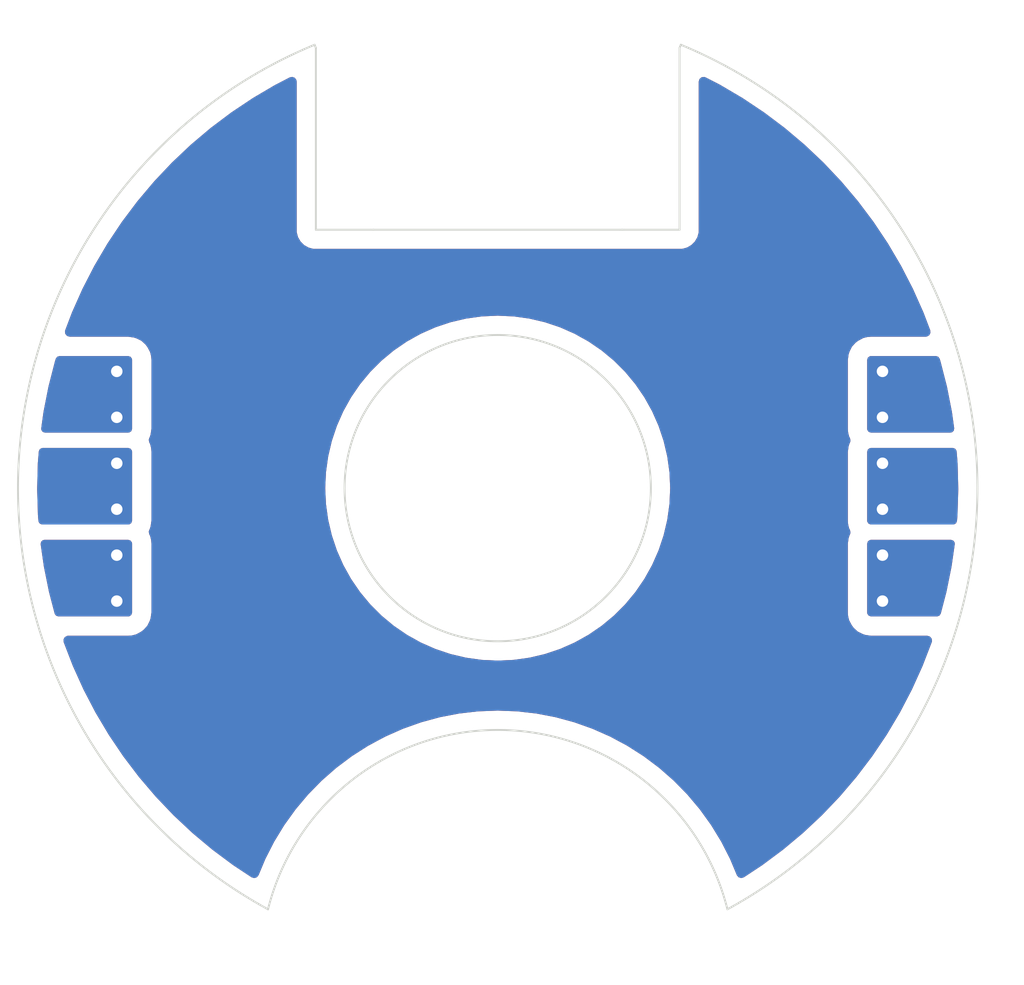
<source format=kicad_pcb>
(kicad_pcb
	(version 20240108)
	(generator "pcbnew")
	(generator_version "8.0")
	(general
		(thickness 1)
		(legacy_teardrops no)
	)
	(paper "A4")
	(layers
		(0 "F.Cu" signal)
		(31 "B.Cu" signal)
		(32 "B.Adhes" user "B.Adhesive")
		(33 "F.Adhes" user "F.Adhesive")
		(34 "B.Paste" user)
		(35 "F.Paste" user)
		(36 "B.SilkS" user "B.Silkscreen")
		(37 "F.SilkS" user "F.Silkscreen")
		(38 "B.Mask" user)
		(39 "F.Mask" user)
		(40 "Dwgs.User" user "User.Drawings")
		(41 "Cmts.User" user "User.Comments")
		(42 "Eco1.User" user "User.Eco1")
		(43 "Eco2.User" user "User.Eco2")
		(44 "Edge.Cuts" user)
		(45 "Margin" user)
		(46 "B.CrtYd" user "B.Courtyard")
		(47 "F.CrtYd" user "F.Courtyard")
		(48 "B.Fab" user)
		(49 "F.Fab" user)
		(50 "User.1" user)
		(51 "User.2" user)
		(52 "User.3" user)
		(53 "User.4" user)
		(54 "User.5" user)
		(55 "User.6" user)
		(56 "User.7" user)
		(57 "User.8" user)
		(58 "User.9" user)
	)
	(setup
		(stackup
			(layer "F.SilkS"
				(type "Top Silk Screen")
			)
			(layer "F.Paste"
				(type "Top Solder Paste")
			)
			(layer "F.Mask"
				(type "Top Solder Mask")
				(thickness 0.01)
			)
			(layer "F.Cu"
				(type "copper")
				(thickness 0.035)
			)
			(layer "dielectric 1"
				(type "core")
				(thickness 0.91)
				(material "FR4")
				(epsilon_r 4.5)
				(loss_tangent 0.02)
			)
			(layer "B.Cu"
				(type "copper")
				(thickness 0.035)
			)
			(layer "B.Mask"
				(type "Bottom Solder Mask")
				(thickness 0.01)
			)
			(layer "B.Paste"
				(type "Bottom Solder Paste")
			)
			(layer "B.SilkS"
				(type "Bottom Silk Screen")
			)
			(copper_finish "None")
			(dielectric_constraints no)
		)
		(pad_to_mask_clearance 0)
		(allow_soldermask_bridges_in_footprints no)
		(pcbplotparams
			(layerselection 0x00010fc_ffffffff)
			(plot_on_all_layers_selection 0x0000000_00000000)
			(disableapertmacros no)
			(usegerberextensions no)
			(usegerberattributes yes)
			(usegerberadvancedattributes yes)
			(creategerberjobfile yes)
			(dashed_line_dash_ratio 12.000000)
			(dashed_line_gap_ratio 3.000000)
			(svgprecision 4)
			(plotframeref no)
			(viasonmask no)
			(mode 1)
			(useauxorigin no)
			(hpglpennumber 1)
			(hpglpenspeed 20)
			(hpglpendiameter 15.000000)
			(pdf_front_fp_property_popups yes)
			(pdf_back_fp_property_popups yes)
			(dxfpolygonmode yes)
			(dxfimperialunits yes)
			(dxfusepcbnewfont yes)
			(psnegative no)
			(psa4output no)
			(plotreference yes)
			(plotvalue yes)
			(plotfptext yes)
			(plotinvisibletext no)
			(sketchpadsonfab no)
			(subtractmaskfromsilk no)
			(outputformat 1)
			(mirror no)
			(drillshape 1)
			(scaleselection 1)
			(outputdirectory "")
		)
	)
	(net 0 "")
	(net 1 "/A")
	(net 2 "/B")
	(net 3 "/C")
	(net 4 "/D")
	(net 5 "/E")
	(net 6 "/F")
	(gr_arc
		(start 157.75 100.25)
		(mid 151.238181 88.57592)
		(end 158.966559 77.669038)
		(stroke
			(width 0.05)
			(type default)
		)
		(layer "Edge.Cuts")
		(uuid "3fd334b2-b5ba-4843-a14c-713e8e4b8a83")
	)
	(gr_circle
		(center 163.75 89.25)
		(end 167.75 89.25)
		(stroke
			(width 0.05)
			(type default)
		)
		(fill none)
		(layer "Edge.Cuts")
		(uuid "52c685e2-c308-4cb3-8ad6-37329b6d3b7b")
	)
	(gr_line
		(start 168.533441 77.669038)
		(end 168.5 77.75)
		(stroke
			(width 0.05)
			(type default)
		)
		(layer "Edge.Cuts")
		(uuid "57f55413-bb57-4b3f-a2a1-78b301c311cf")
	)
	(gr_arc
		(start 157.75 100.25)
		(mid 163.75 95.565342)
		(end 169.75 100.25)
		(stroke
			(width 0.05)
			(type default)
		)
		(layer "Edge.Cuts")
		(uuid "6a7d987a-569d-4c42-89c7-d7222b3fdc2a")
	)
	(gr_line
		(start 167 82.5)
		(end 168.5 82.5)
		(stroke
			(width 0.05)
			(type default)
		)
		(layer "Edge.Cuts")
		(uuid "86811999-2855-4382-9d2e-4a1147cf4620")
	)
	(gr_line
		(start 159 82.5)
		(end 159 77.75)
		(stroke
			(width 0.05)
			(type default)
		)
		(layer "Edge.Cuts")
		(uuid "98341000-191c-4c5b-a7cc-e11fa56cb867")
	)
	(gr_line
		(start 160.5 82.5)
		(end 159 82.5)
		(stroke
			(width 0.05)
			(type default)
		)
		(layer "Edge.Cuts")
		(uuid "9c38c0c1-b585-4836-a686-3d2e82146f44")
	)
	(gr_line
		(start 158.966559 77.669038)
		(end 159 77.75)
		(stroke
			(width 0.05)
			(type default)
		)
		(layer "Edge.Cuts")
		(uuid "a57e30a3-4928-4882-a6fd-64046f90e117")
	)
	(gr_arc
		(start 168.533441 77.669038)
		(mid 176.261819 88.575921)
		(end 169.75 100.25)
		(stroke
			(width 0.05)
			(type default)
		)
		(layer "Edge.Cuts")
		(uuid "bcf5982f-dd0a-4de4-aa27-bbcc3c477460")
	)
	(gr_line
		(start 160.5 82.5)
		(end 167 82.5)
		(stroke
			(width 0.05)
			(type default)
		)
		(layer "Edge.Cuts")
		(uuid "c9717a02-3058-4d8e-bee3-d2b910ba5645")
	)
	(gr_line
		(start 168.5 82.5)
		(end 168.5 77.75)
		(stroke
			(width 0.05)
			(type default)
		)
		(layer "Edge.Cuts")
		(uuid "d4b80d46-48bc-498c-a852-4af3b173877b")
	)
	(gr_circle
		(center 163.75 89.25)
		(end 176.25 89.25)
		(stroke
			(width 0.1)
			(type default)
		)
		(fill none)
		(layer "User.1")
		(uuid "9706dc45-f505-45de-82ba-a53388d9a3b5")
	)
	(via
		(at 153.8 86.2)
		(size 0.6)
		(drill 0.3)
		(layers "F.Cu" "B.Cu")
		(free yes)
		(net 1)
		(uuid "6c5d413e-61ab-4c04-8d4e-e8134eee0be3")
	)
	(via
		(at 153.8 87.4)
		(size 0.6)
		(drill 0.3)
		(layers "F.Cu" "B.Cu")
		(free yes)
		(net 1)
		(uuid "7fc0cc90-4430-4538-a146-e590f1305747")
	)
	(via
		(at 153.8 88.6)
		(size 0.6)
		(drill 0.3)
		(layers "F.Cu" "B.Cu")
		(free yes)
		(net 2)
		(uuid "74acddee-3628-4d0c-8a6b-f82c47f100e2")
	)
	(via
		(at 153.8 89.8)
		(size 0.6)
		(drill 0.3)
		(layers "F.Cu" "B.Cu")
		(free yes)
		(net 2)
		(uuid "9061e654-4b2f-494a-a13f-95103ceca263")
	)
	(via
		(at 153.8 92.2)
		(size 0.6)
		(drill 0.3)
		(layers "F.Cu" "B.Cu")
		(free yes)
		(net 3)
		(uuid "0d4d2132-44c4-4a35-a5b2-0a15ed78c071")
	)
	(via
		(at 153.8 91)
		(size 0.6)
		(drill 0.3)
		(layers "F.Cu" "B.Cu")
		(free yes)
		(net 3)
		(uuid "5cab5d79-2ae2-4994-b1fd-7d7b7a227aab")
	)
	(via
		(at 173.8 87.4)
		(size 0.6)
		(drill 0.3)
		(layers "F.Cu" "B.Cu")
		(free yes)
		(net 4)
		(uuid "03781ca8-64fd-420a-a6ab-20ac9032be9d")
	)
	(via
		(at 173.8 86.2)
		(size 0.6)
		(drill 0.3)
		(layers "F.Cu" "B.Cu")
		(free yes)
		(net 4)
		(uuid "edcd3d1e-c51c-4e25-80ae-19babd71bbcc")
	)
	(via
		(at 173.8 88.6)
		(size 0.6)
		(drill 0.3)
		(layers "F.Cu" "B.Cu")
		(free yes)
		(net 5)
		(uuid "992626f3-e0eb-4c6a-84a6-1c7cf96c459a")
	)
	(via
		(at 173.8 89.8)
		(size 0.6)
		(drill 0.3)
		(layers "F.Cu" "B.Cu")
		(free yes)
		(net 5)
		(uuid "a0c622a2-a5fb-4298-bcc4-b146d4608500")
	)
	(via
		(at 173.8 91)
		(size 0.6)
		(drill 0.3)
		(layers "F.Cu" "B.Cu")
		(free yes)
		(net 6)
		(uuid "82f7a1a9-ba72-4f65-9ed4-14a0669d6560")
	)
	(via
		(at 173.8 92.2)
		(size 0.6)
		(drill 0.3)
		(layers "F.Cu" "B.Cu")
		(free yes)
		(net 6)
		(uuid "9b4c33de-5635-4de8-a47c-71e72654cb92")
	)
	(zone
		(net 6)
		(net_name "/F")
		(layers "F&B.Cu")
		(uuid "1cfb78fd-edf1-4689-99d4-4fd578360b86")
		(hatch edge 0.5)
		(priority 4)
		(connect_pads
			(clearance 0.254)
		)
		(min_thickness 0.2)
		(filled_areas_thickness no)
		(fill yes
			(thermal_gap 0.2)
			(thermal_bridge_width 0.2)
		)
		(polygon
			(pts
				(xy 173.399998 90.6) (xy 173.399998 92.6) (xy 176.399998 92.6) (xy 176.399998 90.6)
			)
		)
		(filled_polygon
			(layer "F.Cu")
			(pts
				(xy 175.648271 90.618907) (xy 175.684235 90.668407) (xy 175.688068 90.713119) (xy 175.603938 91.297011)
				(xy 175.602989 91.302499) (xy 175.470068 91.960368) (xy 175.468812 91.965793) (xy 175.322397 92.526032)
				(xy 175.28939 92.577551) (xy 175.232405 92.59983) (xy 175.226614 92.6) (xy 173.498998 92.6) (xy 173.440807 92.581093)
				(xy 173.404843 92.531593) (xy 173.399998 92.501) (xy 173.399998 90.699) (xy 173.418905 90.640809)
				(xy 173.468405 90.604845) (xy 173.498998 90.6) (xy 175.59008 90.6)
			)
		)
		(filled_polygon
			(layer "B.Cu")
			(pts
				(xy 175.648271 90.618907) (xy 175.684235 90.668407) (xy 175.688068 90.713119) (xy 175.603938 91.297011)
				(xy 175.602989 91.302499) (xy 175.470068 91.960368) (xy 175.468812 91.965793) (xy 175.322397 92.526032)
				(xy 175.28939 92.577551) (xy 175.232405 92.59983) (xy 175.226614 92.6) (xy 173.498998 92.6) (xy 173.440807 92.581093)
				(xy 173.404843 92.531593) (xy 173.399998 92.501) (xy 173.399998 90.699) (xy 173.418905 90.640809)
				(xy 173.468405 90.604845) (xy 173.498998 90.6) (xy 175.59008 90.6)
			)
		)
	)
	(zone
		(net 4)
		(net_name "/D")
		(layers "F&B.Cu")
		(uuid "8680597e-43b5-440e-afb7-49eb2b9d4961")
		(hatch edge 0.5)
		(priority 4)
		(connect_pads
			(clearance 0.254)
		)
		(min_thickness 0.2)
		(filled_areas_thickness no)
		(fill yes
			(thermal_gap 0.2)
			(thermal_bridge_width 0.2)
		)
		(polygon
			(pts
				(xy 173.399998 87.8) (xy 176.399999 87.8) (xy 176.399998 85.8) (xy 173.399998 85.799999)
			)
		)
		(filled_polygon
			(layer "F.Cu")
			(pts
				(xy 175.256495 85.818906) (xy 175.292459 85.868406) (xy 175.292675 85.86908) (xy 175.313862 85.935909)
				(xy 175.315395 85.941263) (xy 175.481926 86.591427) (xy 175.483156 86.596859) (xy 175.612866 87.255378)
				(xy 175.613788 87.260871) (xy 175.673115 87.68736) (xy 175.662405 87.747601) (xy 175.618332 87.790042)
				(xy 175.575059 87.8) (xy 173.498998 87.8) (xy 173.440807 87.781093) (xy 173.404843 87.731593) (xy 173.399998 87.701)
				(xy 173.399998 85.898999) (xy 173.418905 85.840808) (xy 173.468405 85.804844) (xy 173.498998 85.799999)
				(xy 175.198304 85.799999)
			)
		)
		(filled_polygon
			(layer "B.Cu")
			(pts
				(xy 175.256495 85.818906) (xy 175.292459 85.868406) (xy 175.292675 85.86908) (xy 175.313862 85.935909)
				(xy 175.315395 85.941263) (xy 175.481926 86.591427) (xy 175.483156 86.596859) (xy 175.612866 87.255378)
				(xy 175.613788 87.260871) (xy 175.673115 87.68736) (xy 175.662405 87.747601) (xy 175.618332 87.790042)
				(xy 175.575059 87.8) (xy 173.498998 87.8) (xy 173.440807 87.781093) (xy 173.404843 87.731593) (xy 173.399998 87.701)
				(xy 173.399998 85.898999) (xy 173.418905 85.840808) (xy 173.468405 85.804844) (xy 173.498998 85.799999)
				(xy 175.198304 85.799999)
			)
		)
	)
	(zone
		(net 1)
		(net_name "/A")
		(layers "F&B.Cu")
		(uuid "8d2be9d8-9c5e-4bf6-b715-d80408d218c5")
		(hatch edge 0.5)
		(priority 4)
		(connect_pads
			(clearance 0.254)
		)
		(min_thickness 0.2)
		(filled_areas_thickness no)
		(fill yes
			(thermal_gap 0.2)
			(thermal_bridge_width 0.2)
		)
		(polygon
			(pts
				(xy 151.199998 87.8) (xy 154.199999 87.8) (xy 154.199998 85.8) (xy 151.199998 85.799999)
			)
		)
		(filled_polygon
			(layer "F.Cu")
			(pts
				(xy 154.159189 85.818906) (xy 154.195153 85.868406) (xy 154.199998 85.898999) (xy 154.199999 87.701)
				(xy 154.181092 87.759191) (xy 154.131592 87.795155) (xy 154.100999 87.8) (xy 151.92494 87.8) (xy 151.866749 87.781093)
				(xy 151.830785 87.731593) (xy 151.826884 87.68736) (xy 151.886213 87.260853) (xy 151.887129 87.255396)
				(xy 152.016849 86.596826) (xy 152.018066 86.591453) (xy 152.184609 85.941239) (xy 152.186129 85.935931)
				(xy 152.207324 85.869078) (xy 152.242931 85.819325) (xy 152.300985 85.800002) (xy 152.301636 85.799999)
				(xy 154.101 85.799999)
			)
		)
		(filled_polygon
			(layer "B.Cu")
			(pts
				(xy 154.159189 85.818906) (xy 154.195153 85.868406) (xy 154.199998 85.898999) (xy 154.199999 87.701)
				(xy 154.181092 87.759191) (xy 154.131592 87.795155) (xy 154.100999 87.8) (xy 151.92494 87.8) (xy 151.866749 87.781093)
				(xy 151.830785 87.731593) (xy 151.826884 87.68736) (xy 151.886213 87.260853) (xy 151.887129 87.255396)
				(xy 152.016849 86.596826) (xy 152.018066 86.591453) (xy 152.184609 85.941239) (xy 152.186129 85.935931)
				(xy 152.207324 85.869078) (xy 152.242931 85.819325) (xy 152.300985 85.800002) (xy 152.301636 85.799999)
				(xy 154.101 85.799999)
			)
		)
	)
	(zone
		(net 2)
		(net_name "/B")
		(layers "F&B.Cu")
		(uuid "aeecc644-7657-4af6-a7a0-b6559b2cb4ed")
		(hatch edge 0.5)
		(priority 4)
		(connect_pads
			(clearance 0.254)
		)
		(min_thickness 0.2)
		(filled_areas_thickness no)
		(fill yes
			(thermal_gap 0.2)
			(thermal_bridge_width 0.2)
		)
		(polygon
			(pts
				(xy 151.199998 90.2) (xy 154.199999 90.2) (xy 154.199998 88.2) (xy 151.199998 88.199999)
			)
		)
		(filled_polygon
			(layer "F.Cu")
			(pts
				(xy 154.159189 88.218906) (xy 154.195153 88.268406) (xy 154.199998 88.298999) (xy 154.199999 90.101)
				(xy 154.181092 90.159191) (xy 154.131592 90.195155) (xy 154.100999 90.2) (xy 151.853275 90.2) (xy 151.795084 90.181093)
				(xy 151.75912 90.131593) (xy 151.754648 90.109586) (xy 151.753901 90.101) (xy 151.741497 89.958517)
				(xy 151.741173 89.953023) (xy 151.720655 89.282099) (xy 151.720643 89.276589) (xy 151.737884 88.605634)
				(xy 151.738183 88.60008) (xy 151.763579 88.29089) (xy 151.787186 88.234447) (xy 151.839463 88.202656)
				(xy 151.862244 88.199999) (xy 154.101 88.199999)
			)
		)
		(filled_polygon
			(layer "B.Cu")
			(pts
				(xy 154.159189 88.218906) (xy 154.195153 88.268406) (xy 154.199998 88.298999) (xy 154.199999 90.101)
				(xy 154.181092 90.159191) (xy 154.131592 90.195155) (xy 154.100999 90.2) (xy 151.853275 90.2) (xy 151.795084 90.181093)
				(xy 151.75912 90.131593) (xy 151.754648 90.109586) (xy 151.753901 90.101) (xy 151.741497 89.958517)
				(xy 151.741173 89.953023) (xy 151.720655 89.282099) (xy 151.720643 89.276589) (xy 151.737884 88.605634)
				(xy 151.738183 88.60008) (xy 151.763579 88.29089) (xy 151.787186 88.234447) (xy 151.839463 88.202656)
				(xy 151.862244 88.199999) (xy 154.101 88.199999)
			)
		)
	)
	(zone
		(net 5)
		(net_name "/E")
		(layers "F&B.Cu")
		(uuid "c83f3012-fb42-4b55-9323-252fafa36c9b")
		(hatch edge 0.5)
		(priority 4)
		(connect_pads
			(clearance 0.254)
		)
		(min_thickness 0.2)
		(filled_areas_thickness no)
		(fill yes
			(thermal_gap 0.2)
			(thermal_bridge_width 0.2)
		)
		(polygon
			(pts
				(xy 173.399998 90.2) (xy 176.399999 90.2) (xy 176.399998 88.2) (xy 173.399998 88.199999)
			)
		)
		(filled_polygon
			(layer "F.Cu")
			(pts
				(xy 175.695942 88.218906) (xy 175.731906 88.268406) (xy 175.736419 88.290895) (xy 175.761815 88.600081)
				(xy 175.762114 88.605642) (xy 175.779355 89.276559) (xy 175.779342 89.282128) (xy 175.758826 89.95299)
				(xy 175.758499 89.95855) (xy 175.745351 90.109586) (xy 175.721468 90.165917) (xy 175.669036 90.197453)
				(xy 175.646724 90.2) (xy 173.498998 90.2) (xy 173.440807 90.181093) (xy 173.404843 90.131593) (xy 173.399998 90.101)
				(xy 173.399998 88.298999) (xy 173.418905 88.240808) (xy 173.468405 88.204844) (xy 173.498998 88.199999)
				(xy 175.637751 88.199999)
			)
		)
		(filled_polygon
			(layer "B.Cu")
			(pts
				(xy 175.695942 88.218906) (xy 175.731906 88.268406) (xy 175.736419 88.290895) (xy 175.761815 88.600081)
				(xy 175.762114 88.605642) (xy 175.779355 89.276559) (xy 175.779342 89.282128) (xy 175.758826 89.95299)
				(xy 175.758499 89.95855) (xy 175.745351 90.109586) (xy 175.721468 90.165917) (xy 175.669036 90.197453)
				(xy 175.646724 90.2) (xy 173.498998 90.2) (xy 173.440807 90.181093) (xy 173.404843 90.131593) (xy 173.399998 90.101)
				(xy 173.399998 88.298999) (xy 173.418905 88.240808) (xy 173.468405 88.204844) (xy 173.498998 88.199999)
				(xy 175.637751 88.199999)
			)
		)
	)
	(zone
		(net 0)
		(net_name "")
		(layers "F&B.Cu")
		(uuid "dbb570b2-0a86-481f-b23d-9015836f2da9")
		(hatch edge 0.5)
		(connect_pads
			(clearance 0.5)
		)
		(min_thickness 0.25)
		(filled_areas_thickness no)
		(fill yes
			(thermal_gap 0.5)
			(thermal_bridge_width 0.5)
			(island_removal_mode 1)
			(island_area_min 10)
		)
		(polygon
			(pts
				(xy 150.75 76.75) (xy 177.5 76.5) (xy 177 102.25) (xy 151.5 102.25)
			)
		)
		(filled_polygon
			(layer "F.Cu")
			(island)
			(pts
				(xy 158.452142 78.534162) (xy 158.492676 78.591072) (xy 158.4995 78.63164) (xy 158.4995 82.565891)
				(xy 158.533608 82.693187) (xy 158.566554 82.75025) (xy 158.5995 82.807314) (xy 158.692686 82.9005)
				(xy 158.806814 82.966392) (xy 158.934108 83.0005) (xy 158.93411 83.0005) (xy 168.56589 83.0005)
				(xy 168.565892 83.0005) (xy 168.693186 82.966392) (xy 168.807314 82.9005) (xy 168.9005 82.807314)
				(xy 168.966392 82.693186) (xy 169.0005 82.565892) (xy 169.0005 78.63164) (xy 169.020185 78.564602)
				(xy 169.072989 78.518847) (xy 169.142147 78.508903) (xy 169.18133 78.52143) (xy 169.558719 78.716034)
				(xy 169.564803 78.719392) (xy 170.141878 79.059341) (xy 170.147773 79.06304) (xy 170.303497 79.166996)
				(xy 170.704836 79.434915) (xy 170.710526 79.43895) (xy 171.245756 79.841533) (xy 171.25121 79.84588)
				(xy 171.762996 80.277957) (xy 171.768168 80.28258) (xy 172.124292 80.619309) (xy 172.254837 80.742745)
				(xy 172.259768 80.747678) (xy 172.719769 81.23446) (xy 172.724416 81.239663) (xy 173.156321 81.75155)
				(xy 173.160668 81.757006) (xy 173.563108 82.292375) (xy 173.567141 82.298067) (xy 173.938835 82.855215)
				(xy 173.942541 82.861124) (xy 174.282311 83.438284) (xy 174.28568 83.444393) (xy 174.592467 84.039766)
				(xy 174.595486 84.046054) (xy 174.868293 84.657706) (xy 174.870954 84.664154) (xy 175.04669 85.126437)
				(xy 175.052112 85.196096) (xy 175.019013 85.257628) (xy 174.957901 85.291497) (xy 174.930783 85.294499)
				(xy 173.498988 85.294499) (xy 173.41993 85.30072) (xy 173.419912 85.300722) (xy 173.389332 85.305566)
				(xy 173.389325 85.305568) (xy 173.298536 85.32874) (xy 173.298531 85.328741) (xy 173.171281 85.395884)
				(xy 173.121768 85.431858) (xy 173.098918 85.449478) (xy 173.098914 85.449481) (xy 173.001628 85.555483)
				(xy 172.938143 85.684605) (xy 172.938142 85.68461) (xy 172.919237 85.742794) (xy 172.914975 85.756576)
				(xy 172.914974 85.756583) (xy 172.8945 85.898989) (xy 172.894498 85.899) (xy 172.894498 87.701009)
				(xy 172.900719 87.780067) (xy 172.900721 87.780085) (xy 172.905565 87.810665) (xy 172.905567 87.810672)
				(xy 172.928739 87.901463) (xy 172.928742 87.901471) (xy 172.950734 87.94315) (xy 172.964609 88.011628)
				(xy 172.952342 88.055725) (xy 172.938148 88.084593) (xy 172.938142 88.08461) (xy 172.919237 88.142794)
				(xy 172.914975 88.156576) (xy 172.914974 88.156583) (xy 172.8945 88.298989) (xy 172.894498 88.299)
				(xy 172.894498 90.101009) (xy 172.900719 90.180067) (xy 172.900721 90.180085) (xy 172.905565 90.210665)
				(xy 172.905567 90.210672) (xy 172.928739 90.301463) (xy 172.928742 90.301471) (xy 172.950734 90.34315)
				(xy 172.964609 90.411628) (xy 172.952344 90.455723) (xy 172.938142 90.484611) (xy 172.919237 90.542795)
				(xy 172.914975 90.556577) (xy 172.914974 90.556584) (xy 172.8945 90.69899) (xy 172.894498 90.699001)
				(xy 172.894498 92.501009) (xy 172.900719 92.580067) (xy 172.900721 92.580085) (xy 172.905565 92.610665)
				(xy 172.905567 92.610672) (xy 172.928739 92.701461) (xy 172.92874 92.701466) (xy 172.954085 92.7495)
				(xy 172.995885 92.828719) (xy 173.031849 92.878219) (xy 173.04948 92.901083) (xy 173.155484 92.998371)
				(xy 173.282519 93.060829) (xy 173.284604 93.061854) (xy 173.284606 93.061854) (xy 173.341959 93.080489)
				(xy 173.342793 93.08076) (xy 173.356575 93.085022) (xy 173.356582 93.085024) (xy 173.498998 93.1055)
				(xy 174.970344 93.1055) (xy 175.037383 93.125185) (xy 175.083138 93.177989) (xy 175.093082 93.247147)
				(xy 175.086035 93.274127) (xy 174.84845 93.890045) (xy 174.845758 93.89648) (xy 174.569953 94.506828)
				(xy 174.566902 94.513102) (xy 174.257224 95.106949) (xy 174.253826 95.113041) (xy 173.911238 95.688544)
				(xy 173.907503 95.694435) (xy 173.533091 96.249767) (xy 173.52903 96.255439) (xy 173.123993 96.788824)
				(xy 173.11962 96.794259) (xy 172.685216 97.304039) (xy 172.680544 97.309219) (xy 172.218165 97.793759)
				(xy 172.213209 97.798668) (xy 171.724321 98.256431) (xy 171.719097 98.261054) (xy 171.205223 98.690618)
				(xy 171.199747 98.694939) (xy 170.662555 99.094908) (xy 170.656844 99.098915) (xy 170.179059 99.414505)
				(xy 170.112272 99.435029) (xy 170.044991 99.416187) (xy 169.998578 99.363961) (xy 169.996338 99.358929)
				(xy 169.818658 98.93454) (xy 169.786644 98.871867) (xy 169.588156 98.483296) (xy 169.588153 98.48329)
				(xy 169.449681 98.256431) (xy 169.324153 98.050778) (xy 169.028175 97.63949) (xy 168.701916 97.251783)
				(xy 168.347247 96.889883) (xy 168.347236 96.889872) (xy 167.966204 96.555864) (xy 167.966194 96.555856)
				(xy 167.560974 96.251646) (xy 167.558031 96.249767) (xy 167.13388 95.978971) (xy 167.133865 95.978963)
				(xy 167.133862 95.978961) (xy 166.68738 95.739407) (xy 166.224022 95.534323) (xy 166.224007 95.534317)
				(xy 165.746465 95.364896) (xy 165.746453 95.364892) (xy 165.257468 95.232105) (xy 165.257444 95.232099)
				(xy 164.75982 95.136704) (xy 164.759788 95.136699) (xy 164.256378 95.079243) (xy 164.256347 95.07924)
				(xy 163.750001 95.060051) (xy 163.749999 95.060051) (xy 163.243652 95.07924) (xy 163.243621 95.079243)
				(xy 162.740211 95.136699) (xy 162.740179 95.136704) (xy 162.242555 95.232099) (xy 162.242531 95.232105)
				(xy 161.753546 95.364892) (xy 161.753534 95.364896) (xy 161.275992 95.534317) (xy 161.275977 95.534323)
				(xy 160.812619 95.739407) (xy 160.366137 95.978961) (xy 160.366128 95.978966) (xy 160.36612 95.978971)
				(xy 160.222867 96.07043) (xy 159.939025 96.251646) (xy 159.533805 96.555856) (xy 159.533795 96.555864)
				(xy 159.152763 96.889872) (xy 159.152749 96.889886) (xy 158.798086 97.25178) (xy 158.471826 97.639488)
				(xy 158.175846 98.050779) (xy 157.911846 98.48329) (xy 157.911843 98.483296) (xy 157.681344 98.934534)
				(xy 157.503661 99.358929) (xy 157.459613 99.413165) (xy 157.393236 99.434978) (xy 157.325602 99.417441)
				(xy 157.320949 99.414514) (xy 156.843149 99.098912) (xy 156.837444 99.094909) (xy 156.837281 99.094788)
				(xy 156.30025 98.694939) (xy 156.294775 98.690619) (xy 155.780901 98.261055) (xy 155.775677 98.256432)
				(xy 155.28679 97.798668) (xy 155.281834 97.793759) (xy 155.13462 97.63949) (xy 154.819444 97.309209)
				(xy 154.814792 97.304051) (xy 154.380372 96.794252) (xy 154.376005 96.788824) (xy 154.199102 96.555865)
				(xy 153.970967 96.255439) (xy 153.966907 96.249768) (xy 153.592495 95.694436) (xy 153.58876 95.688545)
				(xy 153.246165 95.113029) (xy 153.242781 95.106963) (xy 152.933087 94.513085) (xy 152.930053 94.506847)
				(xy 152.65424 93.89648) (xy 152.651548 93.890045) (xy 152.413964 93.274127) (xy 152.408202 93.204495)
				(xy 152.441001 93.142802) (xy 152.501947 93.108635) (xy 152.529655 93.1055) (xy 154.100989 93.1055)
				(xy 154.100998 93.1055) (xy 154.180068 93.099278) (xy 154.180075 93.099276) (xy 154.180083 93.099276)
				(xy 154.190929 93.097557) (xy 154.210661 93.094433) (xy 154.301465 93.071257) (xy 154.428717 93.004113)
				(xy 154.478217 92.968149) (xy 154.501081 92.950518) (xy 154.598369 92.844514) (xy 154.661851 92.715396)
				(xy 154.680758 92.657205) (xy 154.685022 92.643416) (xy 154.705498 92.501) (xy 154.705498 90.699)
				(xy 154.699276 90.61993) (xy 154.699275 90.619925) (xy 154.699274 90.619914) (xy 154.696831 90.604493)
				(xy 154.694431 90.589337) (xy 154.671255 90.498533) (xy 154.649261 90.45685) (xy 154.635386 90.388372)
				(xy 154.647653 90.344274) (xy 154.661852 90.315396) (xy 154.680759 90.257205) (xy 154.685023 90.243416)
				(xy 154.705499 90.101) (xy 154.705499 89.25) (xy 159.244693 89.25) (xy 159.263912 89.665697) (xy 159.263912 89.665702)
				(xy 159.263913 89.665707) (xy 159.321403 90.077845) (xy 159.321405 90.077853) (xy 159.416679 90.482933)
				(xy 159.548929 90.877514) (xy 159.71701 91.258177) (xy 159.71702 91.258198) (xy 159.919506 91.621731)
				(xy 159.919509 91.621735) (xy 159.919511 91.621739) (xy 160.154687 91.965054) (xy 160.154689 91.965056)
				(xy 160.154696 91.965066) (xy 160.41676 92.280656) (xy 160.420538 92.285206) (xy 160.714794 92.579462)
				(xy 160.714805 92.579471) (xy 161.034933 92.845303) (xy 161.034939 92.845307) (xy 161.034946 92.845313)
				(xy 161.378261 93.080489) (xy 161.378267 93.080492) (xy 161.378268 93.080493) (xy 161.703996 93.261922)
				(xy 161.741812 93.282985) (xy 161.932153 93.367029) (xy 162.122485 93.45107) (xy 162.122488 93.451071)
				(xy 162.122495 93.451074) (xy 162.517064 93.58332) (xy 162.922152 93.678596) (xy 163.334303 93.736088)
				(xy 163.75 93.755307) (xy 164.165697 93.736088) (xy 164.577848 93.678596) (xy 164.982936 93.58332)
				(xy 165.377505 93.451074) (xy 165.758188 93.282985) (xy 166.121739 93.080489) (xy 166.465054 92.845313)
				(xy 166.785206 92.579462) (xy 167.079462 92.285206) (xy 167.345313 91.965054) (xy 167.580489 91.621739)
				(xy 167.782985 91.258188) (xy 167.951074 90.877505) (xy 168.08332 90.482936) (xy 168.178596 90.077848)
				(xy 168.236088 89.665697) (xy 168.255307 89.25) (xy 168.236088 88.834303) (xy 168.178596 88.422152)
				(xy 168.08332 88.017064) (xy 167.951074 87.622495) (xy 167.782985 87.241812) (xy 167.597263 86.908377)
				(xy 167.580493 86.878268) (xy 167.580492 86.878267) (xy 167.580489 86.878261) (xy 167.345313 86.534946)
				(xy 167.345307 86.534939) (xy 167.345303 86.534933) (xy 167.079471 86.214805) (xy 167.079462 86.214794)
				(xy 166.785206 85.920538) (xy 166.785194 85.920528) (xy 166.465066 85.654696) (xy 166.465056 85.654689)
				(xy 166.465054 85.654687) (xy 166.121739 85.419511) (xy 166.121735 85.419509) (xy 166.121731 85.419506)
				(xy 165.758198 85.21702) (xy 165.758177 85.21701) (xy 165.377514 85.048929) (xy 164.982933 84.916679)
				(xy 164.577853 84.821405) (xy 164.577845 84.821403) (xy 164.165707 84.763913) (xy 164.165702 84.763912)
				(xy 164.165697 84.763912) (xy 163.75 84.744693) (xy 163.334303 84.763912) (xy 163.334297 84.763912)
				(xy 163.334292 84.763913) (xy 162.922154 84.821403) (xy 162.922146 84.821405) (xy 162.517066 84.916679)
				(xy 162.122485 85.048929) (xy 161.741822 85.21701) (xy 161.741801 85.21702) (xy 161.378268 85.419506)
				(xy 161.378262 85.41951) (xy 161.034943 85.654689) (xy 161.034933 85.654696) (xy 160.714805 85.920528)
				(xy 160.714785 85.920546) (xy 160.420546 86.214785) (xy 160.420528 86.214805) (xy 160.154696 86.534933)
				(xy 160.154689 86.534943) (xy 159.91951 86.878262) (xy 159.919506 86.878268) (xy 159.71702 87.241801)
				(xy 159.71701 87.241822) (xy 159.548929 87.622485) (xy 159.416679 88.017066) (xy 159.321405 88.422146)
				(xy 159.321403 88.422154) (xy 159.263913 88.834292) (xy 159.263912 88.834297) (xy 159.263912 88.834303)
				(xy 159.244693 89.25) (xy 154.705499 89.25) (xy 154.705498 88.298999) (xy 154.699276 88.219929)
				(xy 154.699275 88.219924) (xy 154.699274 88.219913) (xy 154.696167 88.2003) (xy 154.694431 88.189336)
				(xy 154.671255 88.098532) (xy 154.649261 88.056849) (xy 154.635386 87.988371) (xy 154.647655 87.94427)
				(xy 154.648206 87.94315) (xy 154.661852 87.915396) (xy 154.680759 87.857205) (xy 154.685023 87.843416)
				(xy 154.705499 87.701) (xy 154.705498 85.898999) (xy 154.699276 85.819929) (xy 154.699275 85.819924)
				(xy 154.699274 85.819913) (xy 154.696831 85.804492) (xy 154.694431 85.789336) (xy 154.671255 85.698532)
				(xy 154.604111 85.57128) (xy 154.60411 85.571279) (xy 154.604108 85.571275) (xy 154.56816 85.521797)
				(xy 154.550519 85.49892) (xy 154.550517 85.498918) (xy 154.463997 85.41951) (xy 154.444517 85.401631)
				(xy 154.444515 85.40163) (xy 154.444514 85.401629) (xy 154.315408 85.338152) (xy 154.315399 85.338148)
				(xy 154.25721 85.319241) (xy 154.243416 85.314975) (xy 154.101 85.294499) (xy 154.100998 85.294499)
				(xy 152.569216 85.294499) (xy 152.502177 85.274814) (xy 152.456422 85.22201) (xy 152.446478 85.152852)
				(xy 152.453308 85.126437) (xy 152.629051 84.664132) (xy 152.631705 84.657706) (xy 152.904516 84.046044)
				(xy 152.907531 84.039766) (xy 153.214328 83.444374) (xy 153.217676 83.438303) (xy 153.557467 82.861107)
				(xy 153.561152 82.855232) (xy 153.932873 82.298043) (xy 153.936873 82.292398) (xy 154.339344 81.756988)
				(xy 154.343664 81.751566) (xy 154.775604 81.239637) (xy 154.780206 81.234485) (xy 155.240243 80.747664)
				(xy 155.245146 80.742759) (xy 155.731847 80.282564) (xy 155.736984 80.277972) (xy 156.248802 79.845867)
				(xy 156.254226 79.841544) (xy 156.789491 79.438935) (xy 156.795163 79.434915) (xy 157.352218 79.063045)
				(xy 157.358103 79.05935) (xy 157.935211 78.719382) (xy 157.941265 78.716041) (xy 158.318669 78.521429)
				(xy 158.387275 78.5082)
			)
		)
		(filled_polygon
			(layer "B.Cu")
			(island)
			(pts
				(xy 158.452142 78.534162) (xy 158.492676 78.591072) (xy 158.4995 78.63164) (xy 158.4995 82.565891)
				(xy 158.533608 82.693187) (xy 158.566554 82.75025) (xy 158.5995 82.807314) (xy 158.692686 82.9005)
				(xy 158.806814 82.966392) (xy 158.934108 83.0005) (xy 158.93411 83.0005) (xy 168.56589 83.0005)
				(xy 168.565892 83.0005) (xy 168.693186 82.966392) (xy 168.807314 82.9005) (xy 168.9005 82.807314)
				(xy 168.966392 82.693186) (xy 169.0005 82.565892) (xy 169.0005 78.63164) (xy 169.020185 78.564602)
				(xy 169.072989 78.518847) (xy 169.142147 78.508903) (xy 169.18133 78.52143) (xy 169.558719 78.716034)
				(xy 169.564803 78.719392) (xy 170.141878 79.059341) (xy 170.147773 79.06304) (xy 170.303497 79.166996)
				(xy 170.704836 79.434915) (xy 170.710526 79.43895) (xy 171.245756 79.841533) (xy 171.25121 79.84588)
				(xy 171.762996 80.277957) (xy 171.768168 80.28258) (xy 172.124292 80.619309) (xy 172.254837 80.742745)
				(xy 172.259768 80.747678) (xy 172.719769 81.23446) (xy 172.724416 81.239663) (xy 173.156321 81.75155)
				(xy 173.160668 81.757006) (xy 173.563108 82.292375) (xy 173.567141 82.298067) (xy 173.938835 82.855215)
				(xy 173.942541 82.861124) (xy 174.282311 83.438284) (xy 174.28568 83.444393) (xy 174.592467 84.039766)
				(xy 174.595486 84.046054) (xy 174.868293 84.657706) (xy 174.870954 84.664154) (xy 175.04669 85.126437)
				(xy 175.052112 85.196096) (xy 175.019013 85.257628) (xy 174.957901 85.291497) (xy 174.930783 85.294499)
				(xy 173.498988 85.294499) (xy 173.41993 85.30072) (xy 173.419912 85.300722) (xy 173.389332 85.305566)
				(xy 173.389325 85.305568) (xy 173.298536 85.32874) (xy 173.298531 85.328741) (xy 173.171281 85.395884)
				(xy 173.121768 85.431858) (xy 173.098918 85.449478) (xy 173.098914 85.449481) (xy 173.001628 85.555483)
				(xy 172.938143 85.684605) (xy 172.938142 85.68461) (xy 172.919237 85.742794) (xy 172.914975 85.756576)
				(xy 172.914974 85.756583) (xy 172.8945 85.898989) (xy 172.894498 85.899) (xy 172.894498 87.701009)
				(xy 172.900719 87.780067) (xy 172.900721 87.780085) (xy 172.905565 87.810665) (xy 172.905567 87.810672)
				(xy 172.928739 87.901463) (xy 172.928742 87.901471) (xy 172.950734 87.94315) (xy 172.964609 88.011628)
				(xy 172.952342 88.055725) (xy 172.938148 88.084593) (xy 172.938142 88.08461) (xy 172.919237 88.142794)
				(xy 172.914975 88.156576) (xy 172.914974 88.156583) (xy 172.8945 88.298989) (xy 172.894498 88.299)
				(xy 172.894498 90.101009) (xy 172.900719 90.180067) (xy 172.900721 90.180085) (xy 172.905565 90.210665)
				(xy 172.905567 90.210672) (xy 172.928739 90.301463) (xy 172.928742 90.301471) (xy 172.950734 90.34315)
				(xy 172.964609 90.411628) (xy 172.952344 90.455723) (xy 172.938142 90.484611) (xy 172.919237 90.542795)
				(xy 172.914975 90.556577) (xy 172.914974 90.556584) (xy 172.8945 90.69899) (xy 172.894498 90.699001)
				(xy 172.894498 92.501009) (xy 172.900719 92.580067) (xy 172.900721 92.580085) (xy 172.905565 92.610665)
				(xy 172.905567 92.610672) (xy 172.928739 92.701461) (xy 172.92874 92.701466) (xy 172.954085 92.7495)
				(xy 172.995885 92.828719) (xy 173.031849 92.878219) (xy 173.04948 92.901083) (xy 173.155484 92.998371)
				(xy 173.282519 93.060829) (xy 173.284604 93.061854) (xy 173.284606 93.061854) (xy 173.341959 93.080489)
				(xy 173.342793 93.08076) (xy 173.356575 93.085022) (xy 173.356582 93.085024) (xy 173.498998 93.1055)
				(xy 174.970344 93.1055) (xy 175.037383 93.125185) (xy 175.083138 93.177989) (xy 175.093082 93.247147)
				(xy 175.086035 93.274127) (xy 174.84845 93.890045) (xy 174.845758 93.89648) (xy 174.569953 94.506828)
				(xy 174.566902 94.513102) (xy 174.257224 95.106949) (xy 174.253826 95.113041) (xy 173.911238 95.688544)
				(xy 173.907503 95.694435) (xy 173.533091 96.249767) (xy 173.52903 96.255439) (xy 173.123993 96.788824)
				(xy 173.11962 96.794259) (xy 172.685216 97.304039) (xy 172.680544 97.309219) (xy 172.218165 97.793759)
				(xy 172.213209 97.798668) (xy 171.724321 98.256431) (xy 171.719097 98.261054) (xy 171.205223 98.690618)
				(xy 171.199747 98.694939) (xy 170.662555 99.094908) (xy 170.656844 99.098915) (xy 170.179059 99.414505)
				(xy 170.112272 99.435029) (xy 170.044991 99.416187) (xy 169.998578 99.363961) (xy 169.996338 99.358929)
				(xy 169.818658 98.93454) (xy 169.786644 98.871867) (xy 169.588156 98.483296) (xy 169.588153 98.48329)
				(xy 169.449681 98.256431) (xy 169.324153 98.050778) (xy 169.028175 97.63949) (xy 168.701916 97.251783)
				(xy 168.347247 96.889883) (xy 168.347236 96.889872) (xy 167.966204 96.555864) (xy 167.966194 96.555856)
				(xy 167.560974 96.251646) (xy 167.558031 96.249767) (xy 167.13388 95.978971) (xy 167.133865 95.978963)
				(xy 167.133862 95.978961) (xy 166.68738 95.739407) (xy 166.224022 95.534323) (xy 166.224007 95.534317)
				(xy 165.746465 95.364896) (xy 165.746453 95.364892) (xy 165.257468 95.232105) (xy 165.257444 95.232099)
				(xy 164.75982 95.136704) (xy 164.759788 95.136699) (xy 164.256378 95.079243) (xy 164.256347 95.07924)
				(xy 163.750001 95.060051) (xy 163.749999 95.060051) (xy 163.243652 95.07924) (xy 163.243621 95.079243)
				(xy 162.740211 95.136699) (xy 162.740179 95.136704) (xy 162.242555 95.232099) (xy 162.242531 95.232105)
				(xy 161.753546 95.364892) (xy 161.753534 95.364896) (xy 161.275992 95.534317) (xy 161.275977 95.534323)
				(xy 160.812619 95.739407) (xy 160.366137 95.978961) (xy 160.366128 95.978966) (xy 160.36612 95.978971)
				(xy 160.222867 96.07043) (xy 159.939025 96.251646) (xy 159.533805 96.555856) (xy 159.533795 96.555864)
				(xy 159.152763 96.889872) (xy 159.152749 96.889886) (xy 158.798086 97.25178) (xy 158.471826 97.639488)
				(xy 158.175846 98.050779) (xy 157.911846 98.48329) (xy 157.911843 98.483296) (xy 157.681344 98.934534)
				(xy 157.503661 99.358929) (xy 157.459613 99.413165) (xy 157.393236 99.434978) (xy 157.325602 99.417441)
				(xy 157.320949 99.414514) (xy 156.843149 99.098912) (xy 156.837444 99.094909) (xy 156.837281 99.094788)
				(xy 156.30025 98.694939) (xy 156.294775 98.690619) (xy 155.780901 98.261055) (xy 155.775677 98.256432)
				(xy 155.28679 97.798668) (xy 155.281834 97.793759) (xy 155.13462 97.63949) (xy 154.819444 97.309209)
				(xy 154.814792 97.304051) (xy 154.380372 96.794252) (xy 154.376005 96.788824) (xy 154.199102 96.555865)
				(xy 153.970967 96.255439) (xy 153.966907 96.249768) (xy 153.592495 95.694436) (xy 153.58876 95.688545)
				(xy 153.246165 95.113029) (xy 153.242781 95.106963) (xy 152.933087 94.513085) (xy 152.930053 94.506847)
				(xy 152.65424 93.89648) (xy 152.651548 93.890045) (xy 152.413964 93.274127) (xy 152.408202 93.204495)
				(xy 152.441001 93.142802) (xy 152.501947 93.108635) (xy 152.529655 93.1055) (xy 154.100989 93.1055)
				(xy 154.100998 93.1055) (xy 154.180068 93.099278) (xy 154.180075 93.099276) (xy 154.180083 93.099276)
				(xy 154.190929 93.097557) (xy 154.210661 93.094433) (xy 154.301465 93.071257) (xy 154.428717 93.004113)
				(xy 154.478217 92.968149) (xy 154.501081 92.950518) (xy 154.598369 92.844514) (xy 154.661851 92.715396)
				(xy 154.680758 92.657205) (xy 154.685022 92.643416) (xy 154.705498 92.501) (xy 154.705498 90.699)
				(xy 154.699276 90.61993) (xy 154.699275 90.619925) (xy 154.699274 90.619914) (xy 154.696831 90.604493)
				(xy 154.694431 90.589337) (xy 154.671255 90.498533) (xy 154.649261 90.45685) (xy 154.635386 90.388372)
				(xy 154.647653 90.344274) (xy 154.661852 90.315396) (xy 154.680759 90.257205) (xy 154.685023 90.243416)
				(xy 154.705499 90.101) (xy 154.705499 89.25) (xy 159.244693 89.25) (xy 159.263912 89.665697) (xy 159.263912 89.665702)
				(xy 159.263913 89.665707) (xy 159.321403 90.077845) (xy 159.321405 90.077853) (xy 159.416679 90.482933)
				(xy 159.548929 90.877514) (xy 159.71701 91.258177) (xy 159.71702 91.258198) (xy 159.919506 91.621731)
				(xy 159.919509 91.621735) (xy 159.919511 91.621739) (xy 160.154687 91.965054) (xy 160.154689 91.965056)
				(xy 160.154696 91.965066) (xy 160.41676 92.280656) (xy 160.420538 92.285206) (xy 160.714794 92.579462)
				(xy 160.714805 92.579471) (xy 161.034933 92.845303) (xy 161.034939 92.845307) (xy 161.034946 92.845313)
				(xy 161.378261 93.080489) (xy 161.378267 93.080492) (xy 161.378268 93.080493) (xy 161.703996 93.261922)
				(xy 161.741812 93.282985) (xy 161.932153 93.367029) (xy 162.122485 93.45107) (xy 162.122488 93.451071)
				(xy 162.122495 93.451074) (xy 162.517064 93.58332) (xy 162.922152 93.678596) (xy 163.334303 93.736088)
				(xy 163.75 93.755307) (xy 164.165697 93.736088) (xy 164.577848 93.678596) (xy 164.982936 93.58332)
				(xy 165.377505 93.451074) (xy 165.758188 93.282985) (xy 166.121739 93.080489) (xy 166.465054 92.845313)
				(xy 166.785206 92.579462) (xy 167.079462 92.285206) (xy 167.345313 91.965054) (xy 167.580489 91.621739)
				(xy 167.782985 91.258188) (xy 167.951074 90.877505) (xy 168.08332 90.482936) (xy 168.178596 90.077848)
				(xy 168.236088 89.665697) (xy 168.255307 89.25) (xy 168.236088 88.834303) (xy 168.178596 88.422152)
				(xy 168.08332 88.017064) (xy 167.951074 87.622495) (xy 167.782985 87.241812) (xy 167.597263 86.908377)
				(xy 167.580493 86.878268) (xy 167.580492 86.878267) (xy 167.580489 86.878261) (xy 167.345313 86.534946)
				(xy 167.345307 86.534939) (xy 167.345303 86.534933) (xy 167.079471 86.214805) (xy 167.079462 86.214794)
				(xy 166.785206 85.920538) (xy 166.785194 85.920528) (xy 166.465066 85.654696) (xy 166.465056 85.654689)
				(xy 166.465054 85.654687) (xy 166.121739 85.419511) (xy 166.121735 85.419509) (xy 166.121731 85.419506)
				(xy 165.758198 85.21702) (xy 165.758177 85.21701) (xy 165.377514 85.048929) (xy 164.982933 84.916679)
				(xy 164.577853 84.821405) (xy 164.577845 84.821403) (xy 164.165707 84.763913) (xy 164.165702 84.763912)
				(xy 164.165697 84.763912) (xy 163.75 84.744693) (xy 163.334303 84.763912) (xy 163.334297 84.763912)
				(xy 163.334292 84.763913) (xy 162.922154 84.821403) (xy 162.922146 84.821405) (xy 162.517066 84.916679)
				(xy 162.122485 85.048929) (xy 161.741822 85.21701) (xy 161.741801 85.21702) (xy 161.378268 85.419506)
				(xy 161.378262 85.41951) (xy 161.034943 85.654689) (xy 161.034933 85.654696) (xy 160.714805 85.920528)
				(xy 160.714785 85.920546) (xy 160.420546 86.214785) (xy 160.420528 86.214805) (xy 160.154696 86.534933)
				(xy 160.154689 86.534943) (xy 159.91951 86.878262) (xy 159.919506 86.878268) (xy 159.71702 87.241801)
				(xy 159.71701 87.241822) (xy 159.548929 87.622485) (xy 159.416679 88.017066) (xy 159.321405 88.422146)
				(xy 159.321403 88.422154) (xy 159.263913 88.834292) (xy 159.263912 88.834297) (xy 159.263912 88.834303)
				(xy 159.244693 89.25) (xy 154.705499 89.25) (xy 154.705498 88.298999) (xy 154.699276 88.219929)
				(xy 154.699275 88.219924) (xy 154.699274 88.219913) (xy 154.696167 88.2003) (xy 154.694431 88.189336)
				(xy 154.671255 88.098532) (xy 154.649261 88.056849) (xy 154.635386 87.988371) (xy 154.647655 87.94427)
				(xy 154.648206 87.94315) (xy 154.661852 87.915396) (xy 154.680759 87.857205) (xy 154.685023 87.843416)
				(xy 154.705499 87.701) (xy 154.705498 85.898999) (xy 154.699276 85.819929) (xy 154.699275 85.819924)
				(xy 154.699274 85.819913) (xy 154.696831 85.804492) (xy 154.694431 85.789336) (xy 154.671255 85.698532)
				(xy 154.604111 85.57128) (xy 154.60411 85.571279) (xy 154.604108 85.571275) (xy 154.56816 85.521797)
				(xy 154.550519 85.49892) (xy 154.550517 85.498918) (xy 154.463997 85.41951) (xy 154.444517 85.401631)
				(xy 154.444515 85.40163) (xy 154.444514 85.401629) (xy 154.315408 85.338152) (xy 154.315399 85.338148)
				(xy 154.25721 85.319241) (xy 154.243416 85.314975) (xy 154.101 85.294499) (xy 154.100998 85.294499)
				(xy 152.569216 85.294499) (xy 152.502177 85.274814) (xy 152.456422 85.22201) (xy 152.446478 85.152852)
				(xy 152.453308 85.126437) (xy 152.629051 84.664132) (xy 152.631705 84.657706) (xy 152.904516 84.046044)
				(xy 152.907531 84.039766) (xy 153.214328 83.444374) (xy 153.217676 83.438303) (xy 153.557467 82.861107)
				(xy 153.561152 82.855232) (xy 153.932873 82.298043) (xy 153.936873 82.292398) (xy 154.339344 81.756988)
				(xy 154.343664 81.751566) (xy 154.775604 81.239637) (xy 154.780206 81.234485) (xy 155.240243 80.747664)
				(xy 155.245146 80.742759) (xy 155.731847 80.282564) (xy 155.736984 80.277972) (xy 156.248802 79.845867)
				(xy 156.254226 79.841544) (xy 156.789491 79.438935) (xy 156.795163 79.434915) (xy 157.352218 79.063045)
				(xy 157.358103 79.05935) (xy 157.935211 78.719382) (xy 157.941265 78.716041) (xy 158.318669 78.521429)
				(xy 158.387275 78.5082)
			)
		)
	)
	(zone
		(net 3)
		(net_name "/C")
		(layers "F&B.Cu")
		(uuid "e1f77c5d-7fa1-4ba6-9122-9a336edc1d7b")
		(hatch edge 0.5)
		(priority 4)
		(connect_pads
			(clearance 0.254)
		)
		(min_thickness 0.2)
		(filled_areas_thickness no)
		(fill yes
			(thermal_gap 0.2)
			(thermal_bridge_width 0.2)
		)
		(polygon
			(pts
				(xy 151.199998 90.6) (xy 151.199998 92.6) (xy 154.199998 92.6) (xy 154.199998 90.6)
			)
		)
		(filled_polygon
			(layer "F.Cu")
			(pts
				(xy 154.159189 90.618907) (xy 154.195153 90.668407) (xy 154.199998 90.699) (xy 154.199998 92.501)
				(xy 154.181091 92.559191) (xy 154.131591 92.595155) (xy 154.100998 92.6) (xy 152.273385 92.6) (xy 152.215194 92.581093)
				(xy 152.17923 92.531593) (xy 152.177602 92.526032) (xy 152.134151 92.359772) (xy 152.031181 91.965773)
				(xy 152.029934 91.960388) (xy 151.897005 91.302478) (xy 151.89606 91.29701) (xy 151.811931 90.713118)
				(xy 151.822346 90.652826) (xy 151.866212 90.610171) (xy 151.909919 90.6) (xy 154.100998 90.6)
			)
		)
		(filled_polygon
			(layer "B.Cu")
			(pts
				(xy 154.159189 90.618907) (xy 154.195153 90.668407) (xy 154.199998 90.699) (xy 154.199998 92.501)
				(xy 154.181091 92.559191) (xy 154.131591 92.595155) (xy 154.100998 92.6) (xy 152.273385 92.6) (xy 152.215194 92.581093)
				(xy 152.17923 92.531593) (xy 152.177602 92.526032) (xy 152.134151 92.359772) (xy 152.031181 91.965773)
				(xy 152.029934 91.960388) (xy 151.897005 91.302478) (xy 151.89606 91.29701) (xy 151.811931 90.713118)
				(xy 151.822346 90.652826) (xy 151.866212 90.610171) (xy 151.909919 90.6) (xy 154.100998 90.6)
			)
		)
	)
	(zone
		(net 0)
		(net_name "")
		(layer "B.Mask")
		(uuid "0db6a4fa-caf1-4c44-9c9e-cf714dad585e")
		(hatch edge 0.5)
		(priority 2)
		(connect_pads
			(clearance 0.254)
		)
		(min_thickness 0.2)
		(filled_areas_thickness no)
		(fill yes
			(thermal_gap 0.2)
			(thermal_bridge_width 0.2)
		)
		(polygon
			(pts
				(xy 174.399998 85.8) (xy 175.299998 85.8) (xy 175.699998 87.8) (xy 174.399998 87.8)
			)
		)
		(filled_polygon
			(layer "B.Mask")
			(island)
			(pts
				(xy 175.277029 85.818907) (xy 175.312993 85.868407) (xy 175.315915 85.879585) (xy 175.676315 87.681585)
				(xy 175.669187 87.742353) (xy 175.627702 87.787326) (xy 175.579238 87.8) (xy 174.498998 87.8) (xy 174.440807 87.781093)
				(xy 174.404843 87.731593) (xy 174.399998 87.701) (xy 174.399998 85.899) (xy 174.418905 85.840809)
				(xy 174.468405 85.804845) (xy 174.498998 85.8) (xy 175.218838 85.8)
			)
		)
	)
	(zone
		(net 0)
		(net_name "")
		(layer "B.Mask")
		(uuid "73282a6d-fb90-4894-830d-b04a16d7ef3d")
		(hatch edge 0.5)
		(priority 2)
		(connect_pads
			(clearance 0.254)
		)
		(min_thickness 0.2)
		(filled_areas_thickness no)
		(fill yes
			(thermal_gap 0.2)
			(thermal_bridge_width 0.2)
		)
		(polygon
			(pts
				(xy 174.399998 90.6) (xy 175.699998 90.6) (xy 175.299998 92.6) (xy 174.399998 92.6)
			)
		)
		(filled_polygon
			(layer "B.Mask")
			(island)
			(pts
				(xy 175.637429 90.618907) (xy 175.673393 90.668407) (xy 175.676315 90.718415) (xy 175.315915 92.520415)
				(xy 175.285963 92.573768) (xy 175.230371 92.599326) (xy 175.218838 92.6) (xy 174.498998 92.6) (xy 174.440807 92.581093)
				(xy 174.404843 92.531593) (xy 174.399998 92.501) (xy 174.399998 90.699) (xy 174.418905 90.640809)
				(xy 174.468405 90.604845) (xy 174.498998 90.6) (xy 175.579238 90.6)
			)
		)
	)
	(zone
		(net 0)
		(net_name "")
		(layer "B.Mask")
		(uuid "74f580be-b4d0-4db7-b799-899bbbe1eba9")
		(hatch edge 0.5)
		(priority 2)
		(connect_pads
			(clearance 0.254)
		)
		(min_thickness 0.2)
		(filled_areas_thickness no)
		(fill yes
			(thermal_gap 0.2)
			(thermal_bridge_width 0.2)
		)
		(polygon
			(pts
				(xy 174.399998 88.2) (xy 175.699998 88.2) (xy 175.699998 90.2) (xy 174.399998 90.2)
			)
		)
		(filled_polygon
			(layer "B.Mask")
			(island)
			(pts
				(xy 175.659189 88.218907) (xy 175.695153 88.268407) (xy 175.699998 88.299) (xy 175.699998 90.101)
				(xy 175.681091 90.159191) (xy 175.631591 90.195155) (xy 175.600998 90.2) (xy 174.498998 90.2) (xy 174.440807 90.181093)
				(xy 174.404843 90.131593) (xy 174.399998 90.101) (xy 174.399998 88.299) (xy 174.418905 88.240809)
				(xy 174.468405 88.204845) (xy 174.498998 88.2) (xy 175.600998 88.2)
			)
		)
	)
	(zone
		(net 0)
		(net_name "")
		(layer "B.Mask")
		(uuid "97dd03aa-6bf6-4185-ac7c-6bf62522bf5a")
		(hatch edge 0.5)
		(priority 2)
		(connect_pads
			(clearance 0.254)
		)
		(min_thickness 0.2)
		(filled_areas_thickness no)
		(fill yes
			(thermal_gap 0.2)
			(thermal_bridge_width 0.2)
		)
		(polygon
			(pts
				(xy 151.899998 90.6) (xy 153.199998 90.6) (xy 153.199998 92.6) (xy 152.299998 92.6)
			)
		)
		(filled_polygon
			(layer "B.Mask")
			(island)
			(pts
				(xy 153.159189 90.618907) (xy 153.195153 90.668407) (xy 153.199998 90.699) (xy 153.199998 92.501)
				(xy 153.181091 92.559191) (xy 153.131591 92.595155) (xy 153.100998 92.6) (xy 152.381158 92.6) (xy 152.322967 92.581093)
				(xy 152.287003 92.531593) (xy 152.284081 92.520415) (xy 151.923681 90.718415) (xy 151.930809 90.657647)
				(xy 151.972294 90.612674) (xy 152.020758 90.6) (xy 153.100998 90.6)
			)
		)
	)
	(zone
		(net 0)
		(net_name "")
		(layer "B.Mask")
		(uuid "9f1b895a-b23a-4801-b52e-3fcdf08d6608")
		(hatch edge 0.5)
		(priority 2)
		(connect_pads
			(clearance 0.254)
		)
		(min_thickness 0.2)
		(filled_areas_thickness no)
		(fill yes
			(thermal_gap 0.2)
			(thermal_bridge_width 0.2)
		)
		(polygon
			(pts
				(xy 152.299998 85.8) (xy 153.199998 85.8) (xy 153.199998 87.8) (xy 151.899998 87.8)
			)
		)
		(filled_polygon
			(layer "B.Mask")
			(island)
			(pts
				(xy 153.159189 85.818907) (xy 153.195153 85.868407) (xy 153.199998 85.899) (xy 153.199998 87.701)
				(xy 153.181091 87.759191) (xy 153.131591 87.795155) (xy 153.100998 87.8) (xy 152.020758 87.8) (xy 151.962567 87.781093)
				(xy 151.926603 87.731593) (xy 151.923681 87.681585) (xy 152.284081 85.879585) (xy 152.314033 85.826232)
				(xy 152.369625 85.800674) (xy 152.381158 85.8) (xy 153.100998 85.8)
			)
		)
	)
	(zone
		(net 0)
		(net_name "")
		(layer "B.Mask")
		(uuid "a7dba65c-03a9-48fa-b2e5-c1d632e60af0")
		(hatch edge 0.5)
		(priority 2)
		(connect_pads
			(clearance 0.254)
		)
		(min_thickness 0.2)
		(filled_areas_thickness no)
		(fill yes
			(thermal_gap 0.2)
			(thermal_bridge_width 0.2)
		)
		(polygon
			(pts
				(xy 151.899998 88.2) (xy 153.199998 88.2) (xy 153.199998 90.2) (xy 151.899998 90.2)
			)
		)
		(filled_polygon
			(layer "B.Mask")
			(island)
			(pts
				(xy 153.159189 88.218907) (xy 153.195153 88.268407) (xy 153.199998 88.299) (xy 153.199998 90.101)
				(xy 153.181091 90.159191) (xy 153.131591 90.195155) (xy 153.100998 90.2) (xy 151.998998 90.2) (xy 151.940807 90.181093)
				(xy 151.904843 90.131593) (xy 151.899998 90.101) (xy 151.899998 88.299) (xy 151.918905 88.240809)
				(xy 151.968405 88.204845) (xy 151.998998 88.2) (xy 153.100998 88.2)
			)
		)
	)
	(zone
		(net 0)
		(net_name "")
		(layer "F.Mask")
		(uuid "1904db02-2577-4bda-b0d6-919457e3acfe")
		(hatch edge 0.5)
		(priority 2)
		(connect_pads
			(clearance 0.254)
		)
		(min_thickness 0.2)
		(filled_areas_thickness no)
		(fill yes
			(thermal_gap 0.2)
			(thermal_bridge_width 0.2)
		)
		(polygon
			(pts
				(xy 153.2 85.8) (xy 152.3 85.8) (xy 151.9 87.8) (xy 153.2 87.8)
			)
		)
		(filled_polygon
			(layer "F.Mask")
			(island)
			(pts
				(xy 153.159191 85.818907) (xy 153.195155 85.868407) (xy 153.2 85.899) (xy 153.2 87.701) (xy 153.181093 87.759191)
				(xy 153.131593 87.795155) (xy 153.101 87.8) (xy 152.02076 87.8) (xy 151.962569 87.781093) (xy 151.926605 87.731593)
				(xy 151.923683 87.681585) (xy 152.284083 85.879585) (xy 152.314035 85.826232) (xy 152.369627 85.800674)
				(xy 152.38116 85.8) (xy 153.101 85.8)
			)
		)
	)
	(zone
		(net 0)
		(net_name "")
		(layer "F.Mask")
		(uuid "35db8064-0e3b-49a0-9743-a0f32fb0c658")
		(hatch edge 0.5)
		(priority 2)
		(connect_pads
			(clearance 0.254)
		)
		(min_thickness 0.2)
		(filled_areas_thickness no)
		(fill yes
			(thermal_gap 0.2)
			(thermal_bridge_width 0.2)
		)
		(polygon
			(pts
				(xy 175.3 85.8) (xy 174.4 85.8) (xy 174.4 87.8) (xy 175.7 87.8)
			)
		)
		(filled_polygon
			(layer "F.Mask")
			(island)
			(pts
				(xy 175.277031 85.818907) (xy 175.312995 85.868407) (xy 175.315917 85.879585) (xy 175.676317 87.681585)
				(xy 175.669189 87.742353) (xy 175.627704 87.787326) (xy 175.57924 87.8) (xy 174.499 87.8) (xy 174.440809 87.781093)
				(xy 174.404845 87.731593) (xy 174.4 87.701) (xy 174.4 85.899) (xy 174.418907 85.840809) (xy 174.468407 85.804845)
				(xy 174.499 85.8) (xy 175.21884 85.8)
			)
		)
	)
	(zone
		(net 0)
		(net_name "")
		(layer "F.Mask")
		(uuid "3f8c1bc9-cbf8-4f3d-a95e-b185e167882e")
		(hatch edge 0.5)
		(priority 2)
		(connect_pads
			(clearance 0.254)
		)
		(min_thickness 0.2)
		(filled_areas_thickness no)
		(fill yes
			(thermal_gap 0.2)
			(thermal_bridge_width 0.2)
		)
		(polygon
			(pts
				(xy 175.7 90.6) (xy 174.4 90.6) (xy 174.4 92.6) (xy 175.3 92.6)
			)
		)
		(filled_polygon
			(layer "F.Mask")
			(island)
			(pts
				(xy 175.637431 90.618907) (xy 175.673395 90.668407) (xy 175.676317 90.718415) (xy 175.315917 92.520415)
				(xy 175.285965 92.573768) (xy 175.230373 92.599326) (xy 175.21884 92.6) (xy 174.499 92.6) (xy 174.440809 92.581093)
				(xy 174.404845 92.531593) (xy 174.4 92.501) (xy 174.4 90.699) (xy 174.418907 90.640809) (xy 174.468407 90.604845)
				(xy 174.499 90.6) (xy 175.57924 90.6)
			)
		)
	)
	(zone
		(net 0)
		(net_name "")
		(layer "F.Mask")
		(uuid "53e92464-0749-4ad5-9fd8-295f0bf01ef2")
		(hatch edge 0.5)
		(priority 2)
		(connect_pads
			(clearance 0.254)
		)
		(min_thickness 0.2)
		(filled_areas_thickness no)
		(fill yes
			(thermal_gap 0.2)
			(thermal_bridge_width 0.2)
		)
		(polygon
			(pts
				(xy 153.2 88.2) (xy 151.9 88.2) (xy 151.9 90.2) (xy 153.2 90.2)
			)
		)
		(filled_polygon
			(layer "F.Mask")
			(island)
			(pts
				(xy 153.159191 88.218907) (xy 153.195155 88.268407) (xy 153.2 88.299) (xy 153.2 90.101) (xy 153.181093 90.159191)
				(xy 153.131593 90.195155) (xy 153.101 90.2) (xy 151.999 90.2) (xy 151.940809 90.181093) (xy 151.904845 90.131593)
				(xy 151.9 90.101) (xy 151.9 88.299) (xy 151.918907 88.240809) (xy 151.968407 88.204845) (xy 151.999 88.2)
				(xy 153.101 88.2)
			)
		)
	)
	(zone
		(net 0)
		(net_name "")
		(layer "F.Mask")
		(uuid "5ba09f59-793f-45c6-b78e-ce18a90b4eac")
		(hatch edge 0.5)
		(priority 2)
		(connect_pads
			(clearance 0.254)
		)
		(min_thickness 0.2)
		(filled_areas_thickness no)
		(fill yes
			(thermal_gap 0.2)
			(thermal_bridge_width 0.2)
		)
		(polygon
			(pts
				(xy 153.2 90.6) (xy 151.9 90.6) (xy 152.3 92.6) (xy 153.2 92.6)
			)
		)
		(filled_polygon
			(layer "F.Mask")
			(island)
			(pts
				(xy 153.159191 90.618907) (xy 153.195155 90.668407) (xy 153.2 90.699) (xy 153.2 92.501) (xy 153.181093 92.559191)
				(xy 153.131593 92.595155) (xy 153.101 92.6) (xy 152.38116 92.6) (xy 152.322969 92.581093) (xy 152.287005 92.531593)
				(xy 152.284083 92.520415) (xy 151.923683 90.718415) (xy 151.930811 90.657647) (xy 151.972296 90.612674)
				(xy 152.02076 90.6) (xy 153.101 90.6)
			)
		)
	)
	(zone
		(net 0)
		(net_name "")
		(layer "F.Mask")
		(uuid "a1ca94b3-e396-4558-b549-d4c57e45d056")
		(hatch edge 0.5)
		(priority 2)
		(connect_pads
			(clearance 0.254)
		)
		(min_thickness 0.2)
		(filled_areas_thickness no)
		(fill yes
			(thermal_gap 0.2)
			(thermal_bridge_width 0.2)
		)
		(polygon
			(pts
				(xy 175.7 88.2) (xy 174.4 88.2) (xy 174.4 90.2) (xy 175.7 90.2)
			)
		)
		(filled_polygon
			(layer "F.Mask")
			(island)
			(pts
				(xy 175.659191 88.218907) (xy 175.695155 88.268407) (xy 175.7 88.299) (xy 175.7 90.101) (xy 175.681093 90.159191)
				(xy 175.631593 90.195155) (xy 175.601 90.2) (xy 174.499 90.2) (xy 174.440809 90.181093) (xy 174.404845 90.131593)
				(xy 174.4 90.101) (xy 174.4 88.299) (xy 174.418907 88.240809) (xy 174.468407 88.204845) (xy 174.499 88.2)
				(xy 175.601 88.2)
			)
		)
	)
)

</source>
